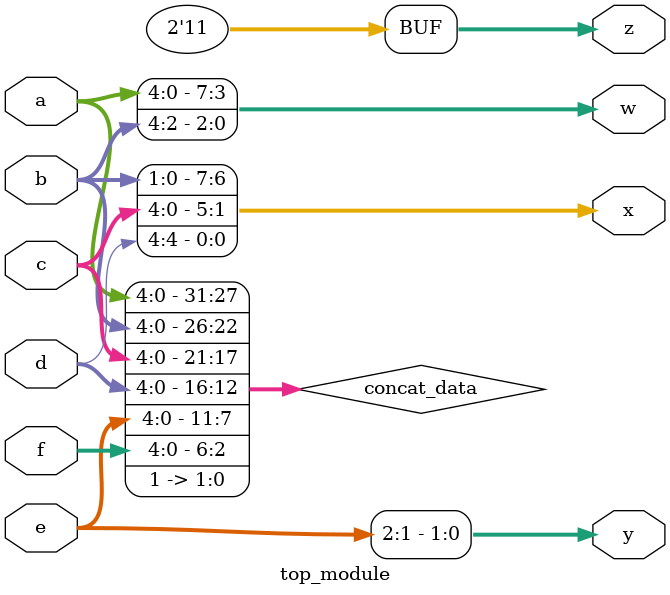
<source format=sv>
module top_module (
    input [4:0] a,
    input [4:0] b,
    input [4:0] c,
    input [4:0] d,
    input [4:0] e,
    input [4:0] f,
    output [7:0] w,
    output [7:0] x,
    output [7:8] y,
    output [7:8] z
);

    wire [31:0] concat_data;
    
    // Concatenate input vectors and add two 1 bits at LSB
    assign concat_data = {a, b, c, d, e, f, 2'b11};
    
    // Split the concatenated data into 8-bit output vectors
    assign w = concat_data[31:24];
    assign x = concat_data[23:16];
    assign y = concat_data[15:8];
    assign z = concat_data[7:0];
    
endmodule

</source>
